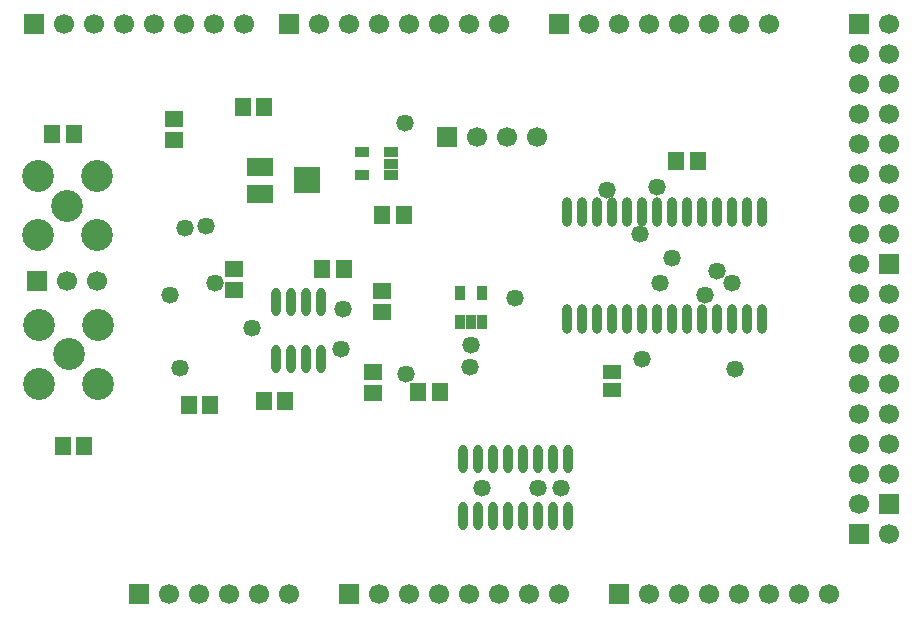
<source format=gts>
%FSLAX42Y42*%
%MOMM*%
G71*
G01*
G75*
G04 Layer_Color=8388736*
%ADD10O,0.60X2.20*%
%ADD11R,0.65X1.10*%
%ADD12R,1.20X1.40*%
%ADD13R,1.40X1.20*%
%ADD14R,2.00X1.30*%
%ADD15R,2.00X2.00*%
%ADD16R,1.40X1.10*%
%ADD17R,1.10X0.65*%
%ADD18O,0.60X2.30*%
%ADD19C,0.25*%
%ADD20R,1.50X1.50*%
%ADD21C,1.50*%
%ADD22R,1.50X1.50*%
%ADD23C,2.50*%
%ADD24C,1.27*%
%ADD25C,0.25*%
%ADD26C,0.60*%
%ADD27C,0.20*%
%ADD28O,0.80X2.40*%
%ADD29R,0.85X1.30*%
%ADD30R,1.40X1.60*%
%ADD31R,1.60X1.40*%
%ADD32R,2.20X1.50*%
%ADD33R,2.20X2.20*%
%ADD34R,1.60X1.30*%
%ADD35R,1.30X0.85*%
%ADD36O,0.80X2.50*%
%ADD37R,1.70X1.70*%
%ADD38C,1.70*%
%ADD39R,1.70X1.70*%
%ADD40C,2.70*%
%ADD41C,1.47*%
D28*
X6934Y1396D02*
D03*
X6807D02*
D03*
X6680D02*
D03*
X6553D02*
D03*
X6426D02*
D03*
X6299D02*
D03*
X6172D02*
D03*
X6045D02*
D03*
X6934Y916D02*
D03*
X6807D02*
D03*
X6680D02*
D03*
X6553D02*
D03*
X6426D02*
D03*
X6299D02*
D03*
X6172D02*
D03*
X6045D02*
D03*
X4458Y2249D02*
D03*
X4585D02*
D03*
X4712D02*
D03*
X4839D02*
D03*
X4458Y2729D02*
D03*
X4585D02*
D03*
X4712D02*
D03*
X4839D02*
D03*
D29*
X6014Y2800D02*
D03*
X6204D02*
D03*
Y2560D02*
D03*
X6109D02*
D03*
X6014D02*
D03*
D30*
X5358Y3467D02*
D03*
X5538D02*
D03*
X4535Y1892D02*
D03*
X4355D02*
D03*
X4357Y4381D02*
D03*
X4177D02*
D03*
X5663Y1968D02*
D03*
X5843D02*
D03*
X5030Y3010D02*
D03*
X4850D02*
D03*
X7848Y3924D02*
D03*
X8028D02*
D03*
X3720Y1854D02*
D03*
X3900D02*
D03*
X2653Y1511D02*
D03*
X2833D02*
D03*
X2564Y4153D02*
D03*
X2744D02*
D03*
D31*
X4102Y2831D02*
D03*
Y3011D02*
D03*
X3594Y4101D02*
D03*
Y4281D02*
D03*
X5283Y2135D02*
D03*
Y1955D02*
D03*
X5359Y2641D02*
D03*
Y2821D02*
D03*
D32*
X4321Y3644D02*
D03*
Y3874D02*
D03*
D33*
X4721Y3759D02*
D03*
D34*
X7303Y2132D02*
D03*
Y1982D02*
D03*
D35*
X5189Y3804D02*
D03*
Y3994D02*
D03*
X5429D02*
D03*
Y3899D02*
D03*
Y3804D02*
D03*
D36*
X8572Y3490D02*
D03*
X8446D02*
D03*
X8318D02*
D03*
X8192D02*
D03*
X8064D02*
D03*
X7938D02*
D03*
X7811D02*
D03*
X7683D02*
D03*
X7557D02*
D03*
X7429D02*
D03*
X7303D02*
D03*
X7175D02*
D03*
X7049D02*
D03*
X6921D02*
D03*
X8572Y2580D02*
D03*
X8446D02*
D03*
X8318D02*
D03*
X8192D02*
D03*
X8064D02*
D03*
X7938D02*
D03*
X7811D02*
D03*
X7683D02*
D03*
X7557D02*
D03*
X7429D02*
D03*
X7303D02*
D03*
X7175D02*
D03*
X7049D02*
D03*
X6921D02*
D03*
D37*
X2413Y5080D02*
D03*
X6858D02*
D03*
X5080Y254D02*
D03*
X2438Y2908D02*
D03*
X4572Y5080D02*
D03*
X5906Y4128D02*
D03*
X9398Y5080D02*
D03*
X3302Y254D02*
D03*
X9398Y762D02*
D03*
X7366Y254D02*
D03*
D38*
X2667Y5080D02*
D03*
X2921D02*
D03*
X3175D02*
D03*
X3429D02*
D03*
X3683D02*
D03*
X3937D02*
D03*
X4191D02*
D03*
X7112D02*
D03*
X7366D02*
D03*
X7620D02*
D03*
X7874D02*
D03*
X8128D02*
D03*
X8382D02*
D03*
X8636D02*
D03*
X9398Y3048D02*
D03*
X9652Y3302D02*
D03*
X9398D02*
D03*
X9652Y3556D02*
D03*
X9398D02*
D03*
X9652Y3810D02*
D03*
X9398D02*
D03*
X9652Y4064D02*
D03*
X9398D02*
D03*
X9652Y4318D02*
D03*
X9398D02*
D03*
X9652Y4572D02*
D03*
X9398D02*
D03*
X9652Y4826D02*
D03*
X9398D02*
D03*
X5334Y254D02*
D03*
X5588D02*
D03*
X5842D02*
D03*
X6096D02*
D03*
X6350D02*
D03*
X6604D02*
D03*
X6858D02*
D03*
X2692Y2908D02*
D03*
X2946D02*
D03*
X4826Y5080D02*
D03*
X5080D02*
D03*
X5334D02*
D03*
X5588D02*
D03*
X5842D02*
D03*
X6096D02*
D03*
X6350D02*
D03*
X6668Y4128D02*
D03*
X6414D02*
D03*
X6160D02*
D03*
X9398Y1016D02*
D03*
X9652Y1270D02*
D03*
X9398D02*
D03*
X9652Y1524D02*
D03*
X9398D02*
D03*
X9652Y1778D02*
D03*
X9398D02*
D03*
X9652Y2032D02*
D03*
X9398D02*
D03*
X9652Y2286D02*
D03*
X9398D02*
D03*
X9652Y2540D02*
D03*
X9398D02*
D03*
X9652Y2794D02*
D03*
X9398D02*
D03*
X9652Y5080D02*
D03*
X3556Y254D02*
D03*
X3810D02*
D03*
X4064D02*
D03*
X4318D02*
D03*
X4572D02*
D03*
X9652Y762D02*
D03*
X9144Y254D02*
D03*
X8890D02*
D03*
X8636D02*
D03*
X8382D02*
D03*
X8128D02*
D03*
X7874D02*
D03*
X7620D02*
D03*
D39*
X9652Y3048D02*
D03*
Y1016D02*
D03*
D40*
X2455Y2536D02*
D03*
X2955D02*
D03*
Y2036D02*
D03*
X2455D02*
D03*
X2705Y2286D02*
D03*
X2442Y3793D02*
D03*
X2942D02*
D03*
Y3293D02*
D03*
X2442D02*
D03*
X2692Y3543D02*
D03*
D41*
X7541Y3305D02*
D03*
X8192Y2987D02*
D03*
X8090Y2784D02*
D03*
X7557Y2245D02*
D03*
X6109Y2367D02*
D03*
X4254Y2510D02*
D03*
X3559Y2786D02*
D03*
X3866Y3368D02*
D03*
X3648Y2172D02*
D03*
X5029Y2670D02*
D03*
X6480Y2766D02*
D03*
X6871Y1156D02*
D03*
X6198D02*
D03*
X6101Y2177D02*
D03*
X8344Y2159D02*
D03*
X6680Y1156D02*
D03*
X7262Y3678D02*
D03*
X7709Y2893D02*
D03*
X5560Y2118D02*
D03*
X3688Y3353D02*
D03*
X5550Y4247D02*
D03*
X3942Y2888D02*
D03*
X8318Y2891D02*
D03*
X7683Y3698D02*
D03*
X7811Y3099D02*
D03*
X5009Y2332D02*
D03*
M02*

</source>
